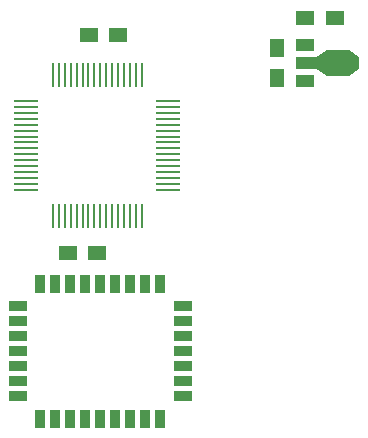
<source format=gtp>
G04 #@! TF.FileFunction,Paste,Top*
%FSLAX46Y46*%
G04 Gerber Fmt 4.6, Leading zero omitted, Abs format (unit mm)*
G04 Created by KiCad (PCBNEW 4.0.6) date Saturday, October 28, 2017 'PMt' 05:20:16 PM*
%MOMM*%
%LPD*%
G01*
G04 APERTURE LIST*
%ADD10C,0.100000*%
%ADD11R,1.500000X1.250000*%
%ADD12R,2.000000X0.250000*%
%ADD13R,0.250000X2.000000*%
%ADD14R,0.812800X1.508000*%
%ADD15R,1.508000X0.812800*%
%ADD16R,1.250000X1.500000*%
%ADD17R,1.500000X1.000000*%
%ADD18R,1.800000X1.000000*%
%ADD19R,1.840000X2.200000*%
G04 APERTURE END LIST*
D10*
D11*
X112510000Y-56890000D03*
X115010000Y-56890000D03*
X113260000Y-75300000D03*
X110760000Y-75300000D03*
D12*
X119250000Y-69950000D03*
X119250000Y-69450000D03*
X119250000Y-68950000D03*
X119250000Y-68450000D03*
X119250000Y-67950000D03*
X119250000Y-67450000D03*
X119250000Y-66950000D03*
X119250000Y-66450000D03*
X119250000Y-65950000D03*
X119250000Y-65450000D03*
X119250000Y-64950000D03*
X119250000Y-64450000D03*
X119250000Y-63950000D03*
X119250000Y-63450000D03*
X119250000Y-62950000D03*
X119250000Y-62450000D03*
D13*
X117000000Y-60200000D03*
X116500000Y-60200000D03*
X116000000Y-60200000D03*
X115500000Y-60200000D03*
X115000000Y-60200000D03*
X114500000Y-60200000D03*
X114000000Y-60200000D03*
X113500000Y-60200000D03*
X113000000Y-60200000D03*
X112500000Y-60200000D03*
X112000000Y-60200000D03*
X111500000Y-60200000D03*
X111000000Y-60200000D03*
X110500000Y-60200000D03*
X110000000Y-60200000D03*
X109500000Y-60200000D03*
D12*
X107250000Y-62450000D03*
X107250000Y-62950000D03*
X107250000Y-63450000D03*
X107250000Y-63950000D03*
X107250000Y-64450000D03*
X107250000Y-64950000D03*
X107250000Y-65450000D03*
X107250000Y-65950000D03*
X107250000Y-66450000D03*
X107250000Y-66950000D03*
X107250000Y-67450000D03*
X107250000Y-67950000D03*
X107250000Y-68450000D03*
X107250000Y-68950000D03*
X107250000Y-69450000D03*
X107250000Y-69950000D03*
D13*
X109500000Y-72200000D03*
X110000000Y-72200000D03*
X110500000Y-72200000D03*
X111000000Y-72200000D03*
X111500000Y-72200000D03*
X112000000Y-72200000D03*
X112500000Y-72200000D03*
X113000000Y-72200000D03*
X113500000Y-72200000D03*
X114000000Y-72200000D03*
X114500000Y-72200000D03*
X115000000Y-72200000D03*
X115500000Y-72200000D03*
X116000000Y-72200000D03*
X116500000Y-72200000D03*
X117000000Y-72200000D03*
D14*
X108410000Y-89335000D03*
X109680000Y-89335000D03*
X110950000Y-89335000D03*
X112220000Y-89335000D03*
X113490000Y-89335000D03*
X114760000Y-89335000D03*
X116030000Y-89335000D03*
X117300000Y-89335000D03*
X118570000Y-89335000D03*
D15*
X120475000Y-87430000D03*
X120475000Y-86160000D03*
X120475000Y-84890000D03*
X120475000Y-83620000D03*
X120475000Y-82350000D03*
X120475000Y-81080000D03*
X120475000Y-79810000D03*
D14*
X118570000Y-77905000D03*
X117300000Y-77905000D03*
X116030000Y-77905000D03*
X114760000Y-77905000D03*
X113490000Y-77905000D03*
X112220000Y-77905000D03*
X110950000Y-77905000D03*
X109680000Y-77905000D03*
X108410000Y-77905000D03*
D15*
X106505000Y-79810000D03*
X106505000Y-81080000D03*
X106505000Y-82350000D03*
X106505000Y-83620000D03*
X106505000Y-84890000D03*
X106505000Y-86160000D03*
X106505000Y-87430000D03*
D11*
X130830000Y-55400000D03*
X133330000Y-55400000D03*
D16*
X128430000Y-60470000D03*
X128430000Y-57970000D03*
D10*
G36*
X134518500Y-58120000D02*
X135368500Y-58720000D01*
X135368500Y-59720000D01*
X134518500Y-60320000D01*
X134518500Y-58120000D01*
X134518500Y-58120000D01*
G37*
D17*
X130796500Y-57720000D03*
D18*
X130943000Y-59220000D03*
D17*
X130796500Y-60720000D03*
D19*
X133610000Y-59220000D03*
D10*
G36*
X132700300Y-60320000D02*
X131700300Y-59620000D01*
X131700300Y-58820000D01*
X132700300Y-58120000D01*
X132700300Y-60320000D01*
X132700300Y-60320000D01*
G37*
M02*

</source>
